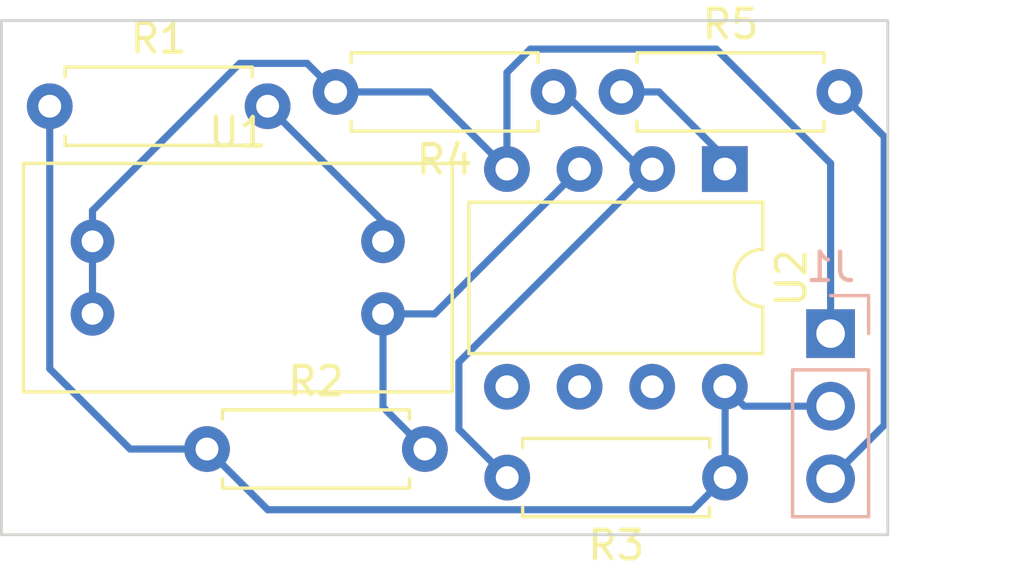
<source format=kicad_pcb>
(kicad_pcb (version 20211014) (generator pcbnew)
  (layers (0 "F.Cu" signal) (31 "B.Cu" signal) (34 "B.Paste" user) (35 "F.Paste" user) (36 "B.SilkS" user "B.Silkscreen") (37 "F.SilkS" user "F.Silkscreen") (38 "B.Mask" user) (39 "F.Mask" user) (44 "Edge.Cuts" user))
  (net 0 "")
  (net 1 "VCC")
  (net 2 "GND")
  (net 3 "Net-(R5-Pad2)")
  (net 4 "Net-(R1-Pad2)")
  (net 5 "Net-(R2-Pad2)")
  (net 6 "Net-(R3-Pad2)")
  (net 7 "Net-(R5-Pad1)")
  (footprint "Package_DIP:DIP-8_W7.62mm" (layer "F.Cu") (at 137.8 128.7 -90)
    (fp_text reference "U2" (at 3.81 -2.33 90) (layer "F.SilkS"))
    (fp_text value "LM358")
    (fp_line (start 1.16 8.95) (end 6.46 8.95) (layer "F.SilkS") (width 0.12))
    (fp_line (start 6.46 8.95) (end 6.46 -1.33) (layer "F.SilkS") (width 0.12))
    (fp_line (start 1.16 -1.33) (end 1.16 8.95) (layer "F.SilkS") (width 0.12))
    (fp_line (start 2.81 -1.33) (end 1.16 -1.33) (layer "F.SilkS") (width 0.12))
    (fp_line (start 6.46 -1.33) (end 4.81 -1.33) (layer "F.SilkS") (width 0.12))
    (fp_arc (start 4.81 -1.33) (mid 3.81 -0.33) (end 2.81 -1.33) (layer "F.SilkS") (width 0.12))
    (pad "1" thru_hole rect (at 0 0 270) (size 1.6 1.6) (drill 0.8) (layers *.Cu *.Mask) (net 7 "Net-(R5-Pad1)"))
    (pad "2" thru_hole oval (at 0 2.54 270) (size 1.6 1.6) (drill 0.8) (layers *.Cu *.Mask) (net 6 "Net-(R3-Pad2)"))
    (pad "3" thru_hole oval (at 0 5.08 270) (size 1.6 1.6) (drill 0.8) (layers *.Cu *.Mask) (net 5 "Net-(R2-Pad2)"))
    (pad "4" thru_hole oval (at 0 7.62 270) (size 1.6 1.6) (drill 0.8) (layers *.Cu *.Mask) (net 2 "GND"))
    (pad "5" thru_hole oval (at 7.62 7.62 270) (size 1.6 1.6) (drill 0.8) (layers *.Cu *.Mask))
    (pad "6" thru_hole oval (at 7.62 5.08 270) (size 1.6 1.6) (drill 0.8) (layers *.Cu *.Mask))
    (pad "7" thru_hole oval (at 7.62 2.54 270) (size 1.6 1.6) (drill 0.8) (layers *.Cu *.Mask))
    (pad "8" thru_hole oval (at 7.62 0 270) (size 1.6 1.6) (drill 0.8) (layers *.Cu *.Mask) (net 1 "VCC"))
  )
  (footprint "Resistor_THT:R_Axial_DIN0207_L6.3mm_D2.5mm_P7.62mm_Horizontal" (layer "F.Cu") (at 131.81 126 180)
    (fp_text reference "R4" (at 3.81 -2.37) (layer "F.SilkS"))
    (fp_text value "10k")
    (fp_line (start 0.54 1.04) (end 0.54 1.37) (layer "F.SilkS") (width 0.12))
    (fp_line (start 0.54 1.37) (end 7.08 1.37) (layer "F.SilkS") (width 0.12))
    (fp_line (start 0.54 -1.37) (end 7.08 -1.37) (layer "F.SilkS") (width 0.12))
    (fp_line (start 0.54 -1.04) (end 0.54 -1.37) (layer "F.SilkS") (width 0.12))
    (fp_line (start 7.08 1.37) (end 7.08 1.04) (layer "F.SilkS") (width 0.12))
    (fp_line (start 7.08 -1.37) (end 7.08 -1.04) (layer "F.SilkS") (width 0.12))
    (pad "1" thru_hole circle (at 0 0 180) (size 1.6 1.6) (drill 0.8) (layers *.Cu *.Mask) (net 6 "Net-(R3-Pad2)"))
    (pad "2" thru_hole oval (at 7.62 0 180) (size 1.6 1.6) (drill 0.8) (layers *.Cu *.Mask) (net 2 "GND"))
  )
  (footprint "Resistor_THT:R_Axial_DIN0207_L6.3mm_D2.5mm_P7.62mm_Horizontal" (layer "F.Cu") (at 134.19 126)
    (fp_text reference "R5" (at 3.81 -2.37) (layer "F.SilkS"))
    (fp_text value "10k")
    (fp_line (start 0.54 1.04) (end 0.54 1.37) (layer "F.SilkS") (width 0.12))
    (fp_line (start 0.54 1.37) (end 7.08 1.37) (layer "F.SilkS") (width 0.12))
    (fp_line (start 7.08 1.37) (end 7.08 1.04) (layer "F.SilkS") (width 0.12))
    (fp_line (start 0.54 -1.04) (end 0.54 -1.37) (layer "F.SilkS") (width 0.12))
    (fp_line (start 7.08 -1.37) (end 7.08 -1.04) (layer "F.SilkS") (width 0.12))
    (fp_line (start 0.54 -1.37) (end 7.08 -1.37) (layer "F.SilkS") (width 0.12))
    (pad "1" thru_hole circle (at 0 0) (size 1.6 1.6) (drill 0.8) (layers *.Cu *.Mask) (net 7 "Net-(R5-Pad1)"))
    (pad "2" thru_hole oval (at 7.62 0) (size 1.6 1.6) (drill 0.8) (layers *.Cu *.Mask) (net 3 "Net-(R5-Pad2)"))
  )
  (footprint "Library:photo-resistor" (layer "F.Cu") (at 120.765 132.5)
    (fp_text reference "U1" (at 0 -5.08 unlocked) (layer "F.SilkS"))
    (fp_text value "photo-interrupt")
    (fp_rect (start 7.5 -4) (end -7.5 4) (layer "F.SilkS") (width 0.12) (fill none))
    (pad "1" thru_hole circle (at 5.08 -1.27) (size 1.524 1.524) (drill 0.762) (layers *.Cu *.Mask) (net 4 "Net-(R1-Pad2)"))
    (pad "2" thru_hole circle (at 5.08 1.27) (size 1.524 1.524) (drill 0.762) (layers *.Cu *.Mask) (net 5 "Net-(R2-Pad2)"))
    (pad "3" thru_hole circle (at -5.08 1.27) (size 1.524 1.524) (drill 0.762) (layers *.Cu *.Mask) (net 2 "GND"))
    (pad "4" thru_hole circle (at -5.08 -1.27) (size 1.524 1.524) (drill 0.762) (layers *.Cu *.Mask) (net 2 "GND"))
  )
  (footprint "Resistor_THT:R_Axial_DIN0207_L6.3mm_D2.5mm_P7.62mm_Horizontal" (layer "F.Cu") (at 137.81 139.5 180)
    (fp_text reference "R3" (at 3.81 -2.37) (layer "F.SilkS"))
    (fp_text value "10k")
    (fp_line (start 0.54 1.37) (end 7.08 1.37) (layer "F.SilkS") (width 0.12))
    (fp_line (start 0.54 -1.37) (end 7.08 -1.37) (layer "F.SilkS") (width 0.12))
    (fp_line (start 0.54 1.04) (end 0.54 1.37) (layer "F.SilkS") (width 0.12))
    (fp_line (start 7.08 -1.37) (end 7.08 -1.04) (layer "F.SilkS") (width 0.12))
    (fp_line (start 0.54 -1.04) (end 0.54 -1.37) (layer "F.SilkS") (width 0.12))
    (fp_line (start 7.08 1.37) (end 7.08 1.04) (layer "F.SilkS") (width 0.12))
    (pad "1" thru_hole circle (at 0 0 180) (size 1.6 1.6) (drill 0.8) (layers *.Cu *.Mask) (net 1 "VCC"))
    (pad "2" thru_hole oval (at 7.62 0 180) (size 1.6 1.6) (drill 0.8) (layers *.Cu *.Mask) (net 6 "Net-(R3-Pad2)"))
  )
  (footprint "Resistor_THT:R_Axial_DIN0207_L6.3mm_D2.5mm_P7.62mm_Horizontal" (layer "F.Cu") (at 114.19 126.5)
    (fp_text reference "R1" (at 3.81 -2.37) (layer "F.SilkS"))
    (fp_text value "180")
    (fp_line (start 0.54 -1.04) (end 0.54 -1.37) (layer "F.SilkS") (width 0.12))
    (fp_line (start 0.54 1.37) (end 7.08 1.37) (layer "F.SilkS") (width 0.12))
    (fp_line (start 7.08 1.37) (end 7.08 1.04) (layer "F.SilkS") (width 0.12))
    (fp_line (start 0.54 -1.37) (end 7.08 -1.37) (layer "F.SilkS") (width 0.12))
    (fp_line (start 7.08 -1.37) (end 7.08 -1.04) (layer "F.SilkS") (width 0.12))
    (fp_line (start 0.54 1.04) (end 0.54 1.37) (layer "F.SilkS") (width 0.12))
    (pad "1" thru_hole circle (at 0 0) (size 1.6 1.6) (drill 0.8) (layers *.Cu *.Mask) (net 1 "VCC"))
    (pad "2" thru_hole oval (at 7.62 0) (size 1.6 1.6) (drill 0.8) (layers *.Cu *.Mask) (net 4 "Net-(R1-Pad2)"))
  )
  (footprint "Resistor_THT:R_Axial_DIN0207_L6.3mm_D2.5mm_P7.62mm_Horizontal" (layer "F.Cu") (at 119.69 138.5)
    (fp_text reference "R2" (at 3.81 -2.37) (layer "F.SilkS"))
    (fp_text value "10k")
    (fp_line (start 0.54 1.04) (end 0.54 1.37) (layer "F.SilkS") (width 0.12))
    (fp_line (start 0.54 1.37) (end 7.08 1.37) (layer "F.SilkS") (width 0.12))
    (fp_line (start 0.54 -1.37) (end 7.08 -1.37) (layer "F.SilkS") (width 0.12))
    (fp_line (start 0.54 -1.04) (end 0.54 -1.37) (layer "F.SilkS") (width 0.12))
    (fp_line (start 7.08 -1.37) (end 7.08 -1.04) (layer "F.SilkS") (width 0.12))
    (fp_line (start 7.08 1.37) (end 7.08 1.04) (layer "F.SilkS") (width 0.12))
    (pad "1" thru_hole circle (at 0 0) (size 1.6 1.6) (drill 0.8) (layers *.Cu *.Mask) (net 1 "VCC"))
    (pad "2" thru_hole oval (at 7.62 0) (size 1.6 1.6) (drill 0.8) (layers *.Cu *.Mask) (net 5 "Net-(R2-Pad2)"))
  )
  (footprint "Connector_PinHeader_2.54mm:PinHeader_1x03_P2.54mm_Vertical" (layer "B.Cu") (at 141.5 134.46 180)
    (fp_text reference "J1" (at 0 2.33) (layer "B.SilkS") (effects (justify mirror)))
    (fp_text value "Conn_01x03_Male")
    (fp_line (start 1.33 -1.27) (end 1.33 -6.41) (layer "B.SilkS") (width 0.12))
    (fp_line (start -1.33 -1.27) (end -1.33 -6.41) (layer "B.SilkS") (width 0.12))
    (fp_line (start -1.33 0) (end -1.33 1.33) (layer "B.SilkS") (width 0.12))
    (fp_line (start -1.33 -6.41) (end 1.33 -6.41) (layer "B.SilkS") (width 0.12))
    (fp_line (start -1.33 1.33) (end 0 1.33) (layer "B.SilkS") (width 0.12))
    (fp_line (start -1.33 -1.27) (end 1.33 -1.27) (layer "B.SilkS") (width 0.12))
    (pad "1" thru_hole rect (at 0 0 180) (size 1.7 1.7) (drill 1) (layers *.Cu *.Mask) (net 2 "GND"))
    (pad "2" thru_hole oval (at 0 -2.54 180) (size 1.7 1.7) (drill 1) (layers *.Cu *.Mask) (net 1 "VCC"))
    (pad "3" thru_hole oval (at 0 -5.08 180) (size 1.7 1.7) (drill 1) (layers *.Cu *.Mask) (net 3 "Net-(R5-Pad2)"))
  )
  (gr_rect (start 143.5 123.5) (end 112.5 141.5) (layer "Edge.Cuts") (width 0.1) (fill none))
  (segment (start 137.81 136.33) (end 137.8 136.32) (width 0.25) (layer "B.Cu") (net 1))
  (segment (start 141.5 137) (end 138.48 137) (width 0.25) (layer "B.Cu") (net 1))
  (segment (start 137.81 139.5) (end 137.81 136.33) (width 0.25) (layer "B.Cu") (net 1))
  (segment (start 117 138.5) (end 119.69 138.5) (width 0.25) (layer "B.Cu") (net 1))
  (segment (start 114.19 135.69) (end 117 138.5) (width 0.25) (layer "B.Cu") (net 1))
  (segment (start 114.19 126.5) (end 114.19 135.69) (width 0.25) (layer "B.Cu") (net 1))
  (segment (start 121.815 140.625) (end 136.685 140.625) (width 0.25) (layer "B.Cu") (net 1))
  (segment (start 119.69 138.5) (end 121.815 140.625) (width 0.25) (layer "B.Cu") (net 1))
  (segment (start 136.685 140.625) (end 137.81 139.5) (width 0.25) (layer "B.Cu") (net 1))
  (segment (start 138.48 137) (end 137.8 136.32) (width 0.25) (layer "B.Cu") (net 1))
  (segment (start 137.5 124.5) (end 141.5 128.5) (width 0.25) (layer "B.Cu") (net 2))
  (segment (start 115.685 130.15237) (end 120.83737 125) (width 0.25) (layer "B.Cu") (net 2))
  (segment (start 127.48 126) (end 130.18 128.7) (width 0.25) (layer "B.Cu") (net 2))
  (segment (start 130.18 125.32) (end 131 124.5) (width 0.25) (layer "B.Cu") (net 2))
  (segment (start 124.19 126) (end 127.48 126) (width 0.25) (layer "B.Cu") (net 2))
  (segment (start 130.18 128.7) (end 130.18 125.32) (width 0.25) (layer "B.Cu") (net 2))
  (segment (start 115.685 133.77) (end 115.685 131.23) (width 0.25) (layer "B.Cu") (net 2))
  (segment (start 123.19 125) (end 124.19 126) (width 0.25) (layer "B.Cu") (net 2))
  (segment (start 141.5 128.5) (end 141.5 134.46) (width 0.25) (layer "B.Cu") (net 2))
  (segment (start 115.685 131.23) (end 115.685 130.15237) (width 0.25) (layer "B.Cu") (net 2))
  (segment (start 120.83737 125) (end 123.19 125) (width 0.25) (layer "B.Cu") (net 2))
  (segment (start 131 124.5) (end 137.5 124.5) (width 0.25) (layer "B.Cu") (net 2))
  (segment (start 141.81 126) (end 143.375 127.565) (width 0.25) (layer "B.Cu") (net 3))
  (segment (start 143.375 137.665) (end 141.5 139.54) (width 0.25) (layer "B.Cu") (net 3))
  (segment (start 143.375 127.565) (end 143.375 137.665) (width 0.25) (layer "B.Cu") (net 3))
  (segment (start 121.81 126.5) (end 125.845 130.535) (width 0.25) (layer "B.Cu") (net 4))
  (segment (start 125.845 130.535) (end 125.845 131.23) (width 0.25) (layer "B.Cu") (net 4))
  (segment (start 125.845 133.77) (end 125.845 137.035) (width 0.25) (layer "B.Cu") (net 5))
  (segment (start 125.845 137.035) (end 127.31 138.5) (width 0.25) (layer "B.Cu") (net 5))
  (segment (start 127.65 133.77) (end 132.72 128.7) (width 0.25) (layer "B.Cu") (net 5))
  (segment (start 125.845 133.77) (end 127.65 133.77) (width 0.25) (layer "B.Cu") (net 5))
  (segment (start 135.26 128.05) (end 135.26 128.7) (width 0.25) (layer "F.Cu") (net 6))
  (segment (start 130.19 139.5) (end 128.5 137.81) (width 0.25) (layer "B.Cu") (net 6))
  (segment (start 128.5 137.81) (end 128.5 135.46) (width 0.25) (layer "B.Cu") (net 6))
  (segment (start 128.5 135.46) (end 135.26 128.7) (width 0.25) (layer "B.Cu") (net 6))
  (segment (start 134.855 128.7) (end 135.26 128.7) (width 0.25) (layer "B.Cu") (net 6))
  (segment (start 132.155 126) (end 134.855 128.7) (width 0.25) (layer "B.Cu") (net 6))
  (segment (start 131.81 126) (end 132.155 126) (width 0.25) (layer "B.Cu") (net 6))
  (segment (start 135.5 126) (end 137.8 128.3) (width 0.25) (layer "B.Cu") (net 7))
  (segment (start 134.19 126) (end 135.5 126) (width 0.25) (layer "B.Cu") (net 7))
  (segment (start 137.8 128.3) (end 137.8 128.7) (width 0.25) (layer "B.Cu") (net 7))
)
</source>
